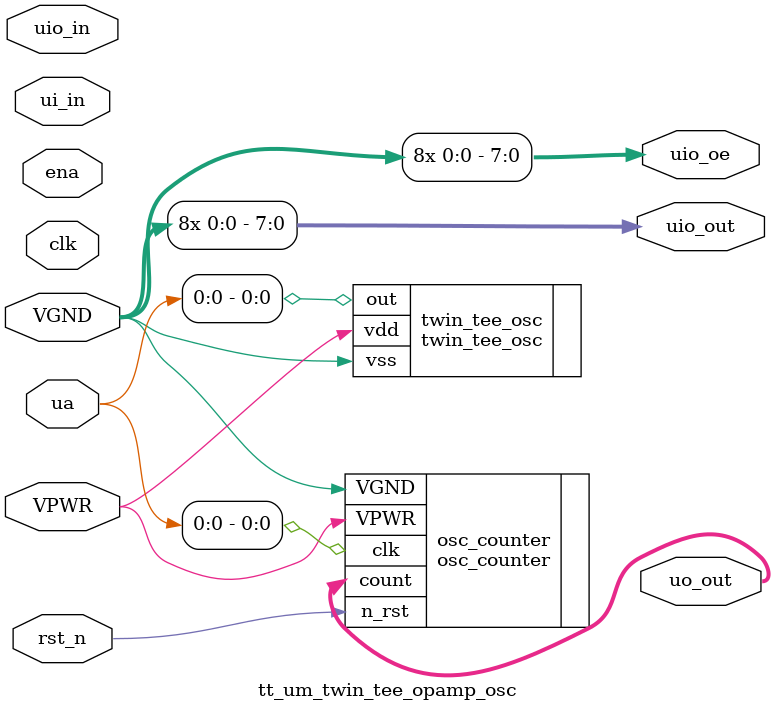
<source format=v>

/*
 * Copyright (c) 2024 Your Name
 * SPDX-License-Identifier: Apache-2.0
 */

`default_nettype none

module tt_um_twin_tee_opamp_osc (
    input  wire       VGND,
    input  wire       VPWR,
    input  wire [7:0] ui_in,    // Dedicated inputs
    output wire [7:0] uo_out,   // Dedicated outputs
    input  wire [7:0] uio_in,   // IOs: Input path
    output wire [7:0] uio_out,  // IOs: Output path
    output wire [7:0] uio_oe,   // IOs: Enable path (active high: 0=input, 1=output)
    inout  wire [7:0] ua,       // Analog pins, only ua[5:0] can be used
    input  wire       ena,      // always 1 when the design is powered, so you can ignore it
    input  wire       clk,      // clock
    input  wire       rst_n     // reset_n - low to reset
);

    twin_tee_osc twin_tee_osc(
        .out(ua[0]),
        .vdd(VPWR),
        .vss(VGND)
        );

    osc_counter osc_counter(
        .n_rst(rst_n),
        .clk(ua[0]),
        .count(uo_out),
        .VPWR(VPWR),
        .VGND(VGND)
        );

    // ties for usused outputs
    assign uio_out[0] = VGND;
    assign uio_out[1] = VGND;
    assign uio_out[2] = VGND;
    assign uio_out[3] = VGND;
    assign uio_out[4] = VGND;
    assign uio_out[5] = VGND;
    assign uio_out[6] = VGND;
    assign uio_out[7] = VGND;

    assign uio_oe[0] = VGND;
    assign uio_oe[1] = VGND;
    assign uio_oe[2] = VGND;
    assign uio_oe[3] = VGND;
    assign uio_oe[4] = VGND;
    assign uio_oe[5] = VGND;
    assign uio_oe[6] = VGND;
    assign uio_oe[7] = VGND;

endmodule

</source>
